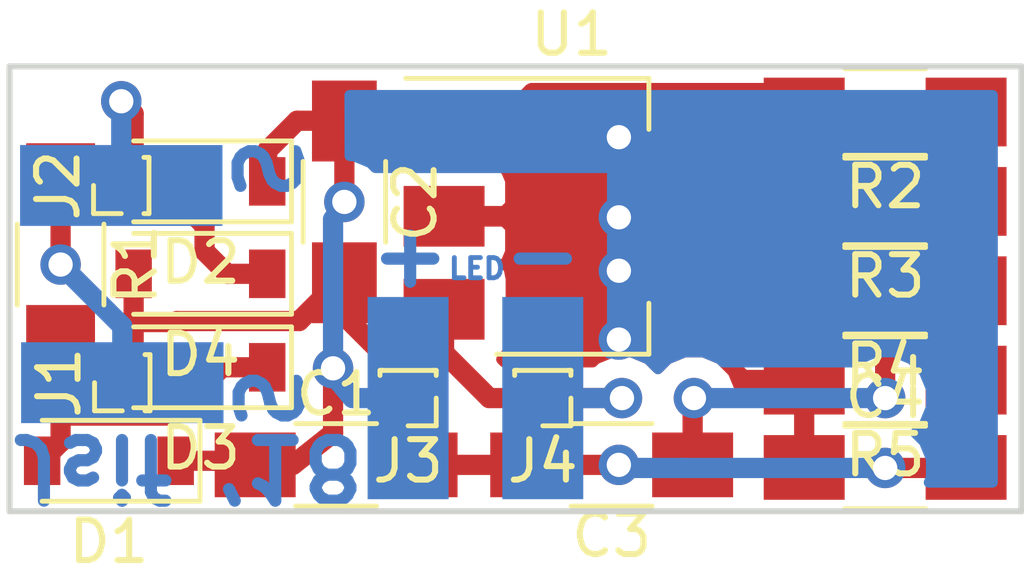
<source format=kicad_pcb>
(kicad_pcb (version 4) (host pcbnew 4.0.2-stable)

  (general
    (links 26)
    (no_connects 0)
    (area 187.966514 109.0814 216.23223 123.8917)
    (thickness 1.6)
    (drawings 10)
    (tracks 107)
    (zones 0)
    (modules 18)
    (nets 9)
  )

  (page A4)
  (layers
    (0 F.Cu signal)
    (31 B.Cu signal)
    (32 B.Adhes user)
    (33 F.Adhes user)
    (34 B.Paste user)
    (35 F.Paste user)
    (36 B.SilkS user)
    (37 F.SilkS user)
    (38 B.Mask user)
    (39 F.Mask user)
    (40 Dwgs.User user)
    (41 Cmts.User user)
    (42 Eco1.User user)
    (43 Eco2.User user)
    (44 Edge.Cuts user)
    (45 Margin user)
    (46 B.CrtYd user)
    (47 F.CrtYd user)
    (48 B.Fab user)
    (49 F.Fab user)
  )

  (setup
    (last_trace_width 0.5)
    (trace_clearance 0.2)
    (zone_clearance 0.508)
    (zone_45_only yes)
    (trace_min 0.2)
    (segment_width 0.2)
    (edge_width 0.15)
    (via_size 1)
    (via_drill 0.6)
    (via_min_size 0.4)
    (via_min_drill 0.3)
    (uvia_size 0.3)
    (uvia_drill 0.1)
    (uvias_allowed no)
    (uvia_min_size 0.2)
    (uvia_min_drill 0.1)
    (pcb_text_width 0.3)
    (pcb_text_size 1.5 1.5)
    (mod_edge_width 0.15)
    (mod_text_size 1 1)
    (mod_text_width 0.15)
    (pad_size 2 5)
    (pad_drill 0)
    (pad_to_mask_clearance 0.2)
    (aux_axis_origin 0 0)
    (visible_elements 7FFCFFFF)
    (pcbplotparams
      (layerselection 0x210c0_80000001)
      (usegerberextensions false)
      (excludeedgelayer true)
      (linewidth 0.100000)
      (plotframeref false)
      (viasonmask false)
      (mode 1)
      (useauxorigin false)
      (hpglpennumber 1)
      (hpglpenspeed 20)
      (hpglpendiameter 15)
      (hpglpenoverlay 2)
      (psnegative false)
      (psa4output false)
      (plotreference true)
      (plotvalue false)
      (plotinvisibletext false)
      (padsonsilk false)
      (subtractmaskfromsilk false)
      (outputformat 1)
      (mirror false)
      (drillshape 0)
      (scaleselection 1)
      (outputdirectory gerber/))
  )

  (net 0 "")
  (net 1 "Net-(C1-Pad1)")
  (net 2 "Net-(C1-Pad2)")
  (net 3 "Net-(C3-Pad1)")
  (net 4 "Net-(D1-Pad2)")
  (net 5 "Net-(D2-Pad2)")
  (net 6 "Net-(C4-Pad1)")
  (net 7 "Net-(J1-Pad1)")
  (net 8 "Net-(J4-Pad1)")

  (net_class Default "This is the default net class."
    (clearance 0.2)
    (trace_width 0.5)
    (via_dia 1)
    (via_drill 0.6)
    (uvia_dia 0.3)
    (uvia_drill 0.1)
    (add_net "Net-(C1-Pad1)")
    (add_net "Net-(C1-Pad2)")
    (add_net "Net-(C3-Pad1)")
    (add_net "Net-(C4-Pad1)")
    (add_net "Net-(D1-Pad2)")
    (add_net "Net-(D2-Pad2)")
    (add_net "Net-(J1-Pad1)")
    (add_net "Net-(J4-Pad1)")
  )

  (module TO_SOT_Packages_SMD:SOT-223-3_TabPin2 (layer F.Cu) (tedit 5ABBFAA2) (tstamp 5AB3D3CC)
    (at 203.8858 114.7064)
    (descr "module CMS SOT223 4 pins")
    (tags "CMS SOT")
    (path /5AB3A09A)
    (attr smd)
    (fp_text reference U1 (at 0 -4.5) (layer F.SilkS)
      (effects (font (size 1 1) (thickness 0.15)))
    )
    (fp_text value LT3082-SOT223-3_Fnl2295277 (at 0 4.5) (layer F.Fab)
      (effects (font (size 1 1) (thickness 0.15)))
    )
    (fp_text user %R (at 3.1242 2.8829 180) (layer F.Fab)
      (effects (font (size 0.8 0.8) (thickness 0.12)))
    )
    (fp_line (start 1.91 3.41) (end 1.91 2.15) (layer F.SilkS) (width 0.12))
    (fp_line (start 1.91 -3.41) (end 1.91 -2.15) (layer F.SilkS) (width 0.12))
    (fp_line (start 4.4 -3.6) (end -4.4 -3.6) (layer F.CrtYd) (width 0.05))
    (fp_line (start 4.4 3.6) (end 4.4 -3.6) (layer F.CrtYd) (width 0.05))
    (fp_line (start -4.4 3.6) (end 4.4 3.6) (layer F.CrtYd) (width 0.05))
    (fp_line (start -4.4 -3.6) (end -4.4 3.6) (layer F.CrtYd) (width 0.05))
    (fp_line (start -1.85 -2.35) (end -0.85 -3.35) (layer F.Fab) (width 0.1))
    (fp_line (start -1.85 -2.35) (end -1.85 3.35) (layer F.Fab) (width 0.1))
    (fp_line (start -1.85 3.41) (end 1.91 3.41) (layer F.SilkS) (width 0.12))
    (fp_line (start -0.85 -3.35) (end 1.85 -3.35) (layer F.Fab) (width 0.1))
    (fp_line (start -4.1 -3.41) (end 1.91 -3.41) (layer F.SilkS) (width 0.12))
    (fp_line (start -1.85 3.35) (end 1.85 3.35) (layer F.Fab) (width 0.1))
    (fp_line (start 1.85 -3.35) (end 1.85 3.35) (layer F.Fab) (width 0.1))
    (pad 2 smd rect (at 3.15 0) (size 2 3.8) (layers F.Cu F.Paste F.Mask)
      (net 6 "Net-(C4-Pad1)"))
    (pad 2 smd rect (at -3.15 0) (size 2 1.5) (layers F.Cu F.Paste F.Mask)
      (net 6 "Net-(C4-Pad1)"))
    (pad 3 smd rect (at -3.15 2.3) (size 2 1.5) (layers F.Cu F.Paste F.Mask)
      (net 8 "Net-(J4-Pad1)"))
    (pad 1 smd rect (at -3.15 -2.3) (size 2 1.5) (layers F.Cu F.Paste F.Mask)
      (net 3 "Net-(C3-Pad1)"))
    (model ${KISYS3DMOD}/TO_SOT_Packages_SMD.3dshapes/SOT-223.wrl
      (at (xyz 0 0 0))
      (scale (xyz 1 1 1))
      (rotate (xyz 0 0 0))
    )
  )

  (module Capacitors_SMD:C_1206_HandSoldering (layer F.Cu) (tedit 5ABBE59F) (tstamp 5ABB8F9A)
    (at 198.0692 120.8532)
    (descr "Capacitor SMD 1206, hand soldering")
    (tags "capacitor 1206")
    (path /5ABB8BA8)
    (attr smd)
    (fp_text reference C1 (at 0 -1.75) (layer F.SilkS)
      (effects (font (size 1 1) (thickness 0.15)))
    )
    (fp_text value 10uF (at 0 2) (layer F.Fab)
      (effects (font (size 1 1) (thickness 0.15)))
    )
    (fp_text user %R (at 0.0254 -0.0508) (layer F.Fab)
      (effects (font (size 1 1) (thickness 0.15)))
    )
    (fp_line (start -1.6 0.8) (end -1.6 -0.8) (layer F.Fab) (width 0.1))
    (fp_line (start 1.6 0.8) (end -1.6 0.8) (layer F.Fab) (width 0.1))
    (fp_line (start 1.6 -0.8) (end 1.6 0.8) (layer F.Fab) (width 0.1))
    (fp_line (start -1.6 -0.8) (end 1.6 -0.8) (layer F.Fab) (width 0.1))
    (fp_line (start 1 -1.02) (end -1 -1.02) (layer F.SilkS) (width 0.12))
    (fp_line (start -1 1.02) (end 1 1.02) (layer F.SilkS) (width 0.12))
    (fp_line (start -3.25 -1.05) (end 3.25 -1.05) (layer F.CrtYd) (width 0.05))
    (fp_line (start -3.25 -1.05) (end -3.25 1.05) (layer F.CrtYd) (width 0.05))
    (fp_line (start 3.25 1.05) (end 3.25 -1.05) (layer F.CrtYd) (width 0.05))
    (fp_line (start 3.25 1.05) (end -3.25 1.05) (layer F.CrtYd) (width 0.05))
    (pad 1 smd rect (at -2 0) (size 2 1.6) (layers F.Cu F.Paste F.Mask)
      (net 1 "Net-(C1-Pad1)"))
    (pad 2 smd rect (at 2 0) (size 2 1.6) (layers F.Cu F.Paste F.Mask)
      (net 2 "Net-(C1-Pad2)"))
    (model Capacitors_SMD.3dshapes/C_1206.wrl
      (at (xyz 0 0 0))
      (scale (xyz 1 1 1))
      (rotate (xyz 0 0 0))
    )
  )

  (module Capacitors_SMD:C_1206_HandSoldering (layer F.Cu) (tedit 5ABBFB6A) (tstamp 5ABB8F9F)
    (at 198.2724 114.3508 270)
    (descr "Capacitor SMD 1206, hand soldering")
    (tags "capacitor 1206")
    (path /5ABB8CAB)
    (attr smd)
    (fp_text reference C2 (at 0 -1.75 270) (layer F.SilkS)
      (effects (font (size 1 1) (thickness 0.15)))
    )
    (fp_text value 10uF (at 0 2 270) (layer F.Fab)
      (effects (font (size 1 1) (thickness 0.15)))
    )
    (fp_text user %R (at -2.4257 1.9812 360) (layer F.Fab)
      (effects (font (size 1 1) (thickness 0.15)))
    )
    (fp_line (start -1.6 0.8) (end -1.6 -0.8) (layer F.Fab) (width 0.1))
    (fp_line (start 1.6 0.8) (end -1.6 0.8) (layer F.Fab) (width 0.1))
    (fp_line (start 1.6 -0.8) (end 1.6 0.8) (layer F.Fab) (width 0.1))
    (fp_line (start -1.6 -0.8) (end 1.6 -0.8) (layer F.Fab) (width 0.1))
    (fp_line (start 1 -1.02) (end -1 -1.02) (layer F.SilkS) (width 0.12))
    (fp_line (start -1 1.02) (end 1 1.02) (layer F.SilkS) (width 0.12))
    (fp_line (start -3.25 -1.05) (end 3.25 -1.05) (layer F.CrtYd) (width 0.05))
    (fp_line (start -3.25 -1.05) (end -3.25 1.05) (layer F.CrtYd) (width 0.05))
    (fp_line (start 3.25 1.05) (end 3.25 -1.05) (layer F.CrtYd) (width 0.05))
    (fp_line (start 3.25 1.05) (end -3.25 1.05) (layer F.CrtYd) (width 0.05))
    (pad 1 smd rect (at -2 0 270) (size 2 1.6) (layers F.Cu F.Paste F.Mask)
      (net 1 "Net-(C1-Pad1)"))
    (pad 2 smd rect (at 2 0 270) (size 2 1.6) (layers F.Cu F.Paste F.Mask)
      (net 2 "Net-(C1-Pad2)"))
    (model Capacitors_SMD.3dshapes/C_1206.wrl
      (at (xyz 0 0 0))
      (scale (xyz 1 1 1))
      (rotate (xyz 0 0 0))
    )
  )

  (module Capacitors_SMD:C_1206_HandSoldering (layer F.Cu) (tedit 5ABBFE24) (tstamp 5ABB8FA4)
    (at 204.8764 120.8532 180)
    (descr "Capacitor SMD 1206, hand soldering")
    (tags "capacitor 1206")
    (path /5ABB8D4D)
    (attr smd)
    (fp_text reference C3 (at 0 -1.75 180) (layer F.SilkS)
      (effects (font (size 1 1) (thickness 0.15)))
    )
    (fp_text value 100nF (at 0 2 180) (layer F.Fab)
      (effects (font (size 1 1) (thickness 0.15)))
    )
    (fp_text user %R (at 1.397 1.6764 180) (layer F.Fab)
      (effects (font (size 1 1) (thickness 0.15)))
    )
    (fp_line (start -1.6 0.8) (end -1.6 -0.8) (layer F.Fab) (width 0.1))
    (fp_line (start 1.6 0.8) (end -1.6 0.8) (layer F.Fab) (width 0.1))
    (fp_line (start 1.6 -0.8) (end 1.6 0.8) (layer F.Fab) (width 0.1))
    (fp_line (start -1.6 -0.8) (end 1.6 -0.8) (layer F.Fab) (width 0.1))
    (fp_line (start 1 -1.02) (end -1 -1.02) (layer F.SilkS) (width 0.12))
    (fp_line (start -1 1.02) (end 1 1.02) (layer F.SilkS) (width 0.12))
    (fp_line (start -3.25 -1.05) (end 3.25 -1.05) (layer F.CrtYd) (width 0.05))
    (fp_line (start -3.25 -1.05) (end -3.25 1.05) (layer F.CrtYd) (width 0.05))
    (fp_line (start 3.25 1.05) (end 3.25 -1.05) (layer F.CrtYd) (width 0.05))
    (fp_line (start 3.25 1.05) (end -3.25 1.05) (layer F.CrtYd) (width 0.05))
    (pad 1 smd rect (at -2 0 180) (size 2 1.6) (layers F.Cu F.Paste F.Mask)
      (net 3 "Net-(C3-Pad1)"))
    (pad 2 smd rect (at 2 0 180) (size 2 1.6) (layers F.Cu F.Paste F.Mask)
      (net 2 "Net-(C1-Pad2)"))
    (model Capacitors_SMD.3dshapes/C_1206.wrl
      (at (xyz 0 0 0))
      (scale (xyz 1 1 1))
      (rotate (xyz 0 0 0))
    )
  )

  (module Capacitors_SMD:C_1206_HandSoldering (layer F.Cu) (tedit 5ABBF8AC) (tstamp 5ABB8FAE)
    (at 211.6328 120.9167)
    (descr "Capacitor SMD 1206, hand soldering")
    (tags "capacitor 1206")
    (path /5ABB8DA0)
    (attr smd)
    (fp_text reference C4 (at 0 -1.75) (layer F.SilkS)
      (effects (font (size 1 1) (thickness 0.15)))
    )
    (fp_text value 10uF (at 0 2) (layer F.Fab)
      (effects (font (size 1 1) (thickness 0.15)))
    )
    (fp_text user %R (at -0.0381 -0.6985) (layer F.Fab)
      (effects (font (size 1 1) (thickness 0.15)))
    )
    (fp_line (start -1.6 0.8) (end -1.6 -0.8) (layer F.Fab) (width 0.1))
    (fp_line (start 1.6 0.8) (end -1.6 0.8) (layer F.Fab) (width 0.1))
    (fp_line (start 1.6 -0.8) (end 1.6 0.8) (layer F.Fab) (width 0.1))
    (fp_line (start -1.6 -0.8) (end 1.6 -0.8) (layer F.Fab) (width 0.1))
    (fp_line (start 1 -1.02) (end -1 -1.02) (layer F.SilkS) (width 0.12))
    (fp_line (start -1 1.02) (end 1 1.02) (layer F.SilkS) (width 0.12))
    (fp_line (start -3.25 -1.05) (end 3.25 -1.05) (layer F.CrtYd) (width 0.05))
    (fp_line (start -3.25 -1.05) (end -3.25 1.05) (layer F.CrtYd) (width 0.05))
    (fp_line (start 3.25 1.05) (end 3.25 -1.05) (layer F.CrtYd) (width 0.05))
    (fp_line (start 3.25 1.05) (end -3.25 1.05) (layer F.CrtYd) (width 0.05))
    (pad 1 smd rect (at -2 0) (size 2 1.6) (layers F.Cu F.Paste F.Mask)
      (net 6 "Net-(C4-Pad1)"))
    (pad 2 smd rect (at 2 0) (size 2 1.6) (layers F.Cu F.Paste F.Mask)
      (net 2 "Net-(C1-Pad2)"))
    (model Capacitors_SMD.3dshapes/C_1206.wrl
      (at (xyz 0 0 0))
      (scale (xyz 1 1 1))
      (rotate (xyz 0 0 0))
    )
  )

  (module Diodes_SMD:D_SOD-123 (layer F.Cu) (tedit 5ABBE60F) (tstamp 5ABB8FAF)
    (at 192.4558 120.7516 180)
    (descr SOD-123)
    (tags SOD-123)
    (path /5A9520CA)
    (attr smd)
    (fp_text reference D1 (at 0 -2 180) (layer F.SilkS)
      (effects (font (size 1 1) (thickness 0.15)))
    )
    (fp_text value STPS0540Z (at 0 2.1 180) (layer F.Fab)
      (effects (font (size 1 1) (thickness 0.15)))
    )
    (fp_line (start -2.25 -1) (end -2.25 1) (layer F.SilkS) (width 0.12))
    (fp_line (start 0.25 0) (end 0.75 0) (layer F.Fab) (width 0.1))
    (fp_line (start 0.25 0.4) (end -0.35 0) (layer F.Fab) (width 0.1))
    (fp_line (start 0.25 -0.4) (end 0.25 0.4) (layer F.Fab) (width 0.1))
    (fp_line (start -0.35 0) (end 0.25 -0.4) (layer F.Fab) (width 0.1))
    (fp_line (start -0.35 0) (end -0.35 0.55) (layer F.Fab) (width 0.1))
    (fp_line (start -0.35 0) (end -0.35 -0.55) (layer F.Fab) (width 0.1))
    (fp_line (start -0.75 0) (end -0.35 0) (layer F.Fab) (width 0.1))
    (fp_line (start -1.4 0.9) (end -1.4 -0.9) (layer F.Fab) (width 0.1))
    (fp_line (start 1.4 0.9) (end -1.4 0.9) (layer F.Fab) (width 0.1))
    (fp_line (start 1.4 -0.9) (end 1.4 0.9) (layer F.Fab) (width 0.1))
    (fp_line (start -1.4 -0.9) (end 1.4 -0.9) (layer F.Fab) (width 0.1))
    (fp_line (start -2.35 -1.15) (end 2.35 -1.15) (layer F.CrtYd) (width 0.05))
    (fp_line (start 2.35 -1.15) (end 2.35 1.15) (layer F.CrtYd) (width 0.05))
    (fp_line (start 2.35 1.15) (end -2.35 1.15) (layer F.CrtYd) (width 0.05))
    (fp_line (start -2.35 -1.15) (end -2.35 1.15) (layer F.CrtYd) (width 0.05))
    (fp_line (start -2.25 1) (end 1.65 1) (layer F.SilkS) (width 0.12))
    (fp_line (start -2.25 -1) (end 1.65 -1) (layer F.SilkS) (width 0.12))
    (pad 1 smd rect (at -1.65 0 180) (size 0.9 1.2) (layers F.Cu F.Paste F.Mask)
      (net 1 "Net-(C1-Pad1)"))
    (pad 2 smd rect (at 1.65 0 180) (size 0.9 1.2) (layers F.Cu F.Paste F.Mask)
      (net 4 "Net-(D1-Pad2)"))
    (model ${KISYS3DMOD}/Diodes_SMD.3dshapes/D_SOD-123.wrl
      (at (xyz 0 0 0))
      (scale (xyz 1 1 1))
      (rotate (xyz 0 0 0))
    )
  )

  (module Diodes_SMD:D_SOD-123 (layer F.Cu) (tedit 5ABBE604) (tstamp 5ABB8FB4)
    (at 194.7164 113.8428 180)
    (descr SOD-123)
    (tags SOD-123)
    (path /5A951F12)
    (attr smd)
    (fp_text reference D2 (at 0 -2 180) (layer F.SilkS)
      (effects (font (size 1 1) (thickness 0.15)))
    )
    (fp_text value STPS0540Z (at 0 2.1 180) (layer F.Fab)
      (effects (font (size 1 1) (thickness 0.15)))
    )
    (fp_line (start -2.25 -1) (end -2.25 1) (layer F.SilkS) (width 0.12))
    (fp_line (start 0.25 0) (end 0.75 0) (layer F.Fab) (width 0.1))
    (fp_line (start 0.25 0.4) (end -0.35 0) (layer F.Fab) (width 0.1))
    (fp_line (start 0.25 -0.4) (end 0.25 0.4) (layer F.Fab) (width 0.1))
    (fp_line (start -0.35 0) (end 0.25 -0.4) (layer F.Fab) (width 0.1))
    (fp_line (start -0.35 0) (end -0.35 0.55) (layer F.Fab) (width 0.1))
    (fp_line (start -0.35 0) (end -0.35 -0.55) (layer F.Fab) (width 0.1))
    (fp_line (start -0.75 0) (end -0.35 0) (layer F.Fab) (width 0.1))
    (fp_line (start -1.4 0.9) (end -1.4 -0.9) (layer F.Fab) (width 0.1))
    (fp_line (start 1.4 0.9) (end -1.4 0.9) (layer F.Fab) (width 0.1))
    (fp_line (start 1.4 -0.9) (end 1.4 0.9) (layer F.Fab) (width 0.1))
    (fp_line (start -1.4 -0.9) (end 1.4 -0.9) (layer F.Fab) (width 0.1))
    (fp_line (start -2.35 -1.15) (end 2.35 -1.15) (layer F.CrtYd) (width 0.05))
    (fp_line (start 2.35 -1.15) (end 2.35 1.15) (layer F.CrtYd) (width 0.05))
    (fp_line (start 2.35 1.15) (end -2.35 1.15) (layer F.CrtYd) (width 0.05))
    (fp_line (start -2.35 -1.15) (end -2.35 1.15) (layer F.CrtYd) (width 0.05))
    (fp_line (start -2.25 1) (end 1.65 1) (layer F.SilkS) (width 0.12))
    (fp_line (start -2.25 -1) (end 1.65 -1) (layer F.SilkS) (width 0.12))
    (pad 1 smd rect (at -1.65 0 180) (size 0.9 1.2) (layers F.Cu F.Paste F.Mask)
      (net 1 "Net-(C1-Pad1)"))
    (pad 2 smd rect (at 1.65 0 180) (size 0.9 1.2) (layers F.Cu F.Paste F.Mask)
      (net 5 "Net-(D2-Pad2)"))
    (model ${KISYS3DMOD}/Diodes_SMD.3dshapes/D_SOD-123.wrl
      (at (xyz 0 0 0))
      (scale (xyz 1 1 1))
      (rotate (xyz 0 0 0))
    )
  )

  (module Diodes_SMD:D_SOD-123 (layer F.Cu) (tedit 5ABBE60B) (tstamp 5ABB8FB9)
    (at 194.7164 118.4402 180)
    (descr SOD-123)
    (tags SOD-123)
    (path /5A952190)
    (attr smd)
    (fp_text reference D3 (at 0 -2 180) (layer F.SilkS)
      (effects (font (size 1 1) (thickness 0.15)))
    )
    (fp_text value STPS0540Z (at 0 2.1 180) (layer F.Fab)
      (effects (font (size 1 1) (thickness 0.15)))
    )
    (fp_line (start -2.25 -1) (end -2.25 1) (layer F.SilkS) (width 0.12))
    (fp_line (start 0.25 0) (end 0.75 0) (layer F.Fab) (width 0.1))
    (fp_line (start 0.25 0.4) (end -0.35 0) (layer F.Fab) (width 0.1))
    (fp_line (start 0.25 -0.4) (end 0.25 0.4) (layer F.Fab) (width 0.1))
    (fp_line (start -0.35 0) (end 0.25 -0.4) (layer F.Fab) (width 0.1))
    (fp_line (start -0.35 0) (end -0.35 0.55) (layer F.Fab) (width 0.1))
    (fp_line (start -0.35 0) (end -0.35 -0.55) (layer F.Fab) (width 0.1))
    (fp_line (start -0.75 0) (end -0.35 0) (layer F.Fab) (width 0.1))
    (fp_line (start -1.4 0.9) (end -1.4 -0.9) (layer F.Fab) (width 0.1))
    (fp_line (start 1.4 0.9) (end -1.4 0.9) (layer F.Fab) (width 0.1))
    (fp_line (start 1.4 -0.9) (end 1.4 0.9) (layer F.Fab) (width 0.1))
    (fp_line (start -1.4 -0.9) (end 1.4 -0.9) (layer F.Fab) (width 0.1))
    (fp_line (start -2.35 -1.15) (end 2.35 -1.15) (layer F.CrtYd) (width 0.05))
    (fp_line (start 2.35 -1.15) (end 2.35 1.15) (layer F.CrtYd) (width 0.05))
    (fp_line (start 2.35 1.15) (end -2.35 1.15) (layer F.CrtYd) (width 0.05))
    (fp_line (start -2.35 -1.15) (end -2.35 1.15) (layer F.CrtYd) (width 0.05))
    (fp_line (start -2.25 1) (end 1.65 1) (layer F.SilkS) (width 0.12))
    (fp_line (start -2.25 -1) (end 1.65 -1) (layer F.SilkS) (width 0.12))
    (pad 1 smd rect (at -1.65 0 180) (size 0.9 1.2) (layers F.Cu F.Paste F.Mask)
      (net 4 "Net-(D1-Pad2)"))
    (pad 2 smd rect (at 1.65 0 180) (size 0.9 1.2) (layers F.Cu F.Paste F.Mask)
      (net 2 "Net-(C1-Pad2)"))
    (model ${KISYS3DMOD}/Diodes_SMD.3dshapes/D_SOD-123.wrl
      (at (xyz 0 0 0))
      (scale (xyz 1 1 1))
      (rotate (xyz 0 0 0))
    )
  )

  (module Diodes_SMD:D_SOD-123 (layer F.Cu) (tedit 5ABBE607) (tstamp 5ABB8FBE)
    (at 194.7164 116.1288 180)
    (descr SOD-123)
    (tags SOD-123)
    (path /5A95212B)
    (attr smd)
    (fp_text reference D4 (at 0 -2 180) (layer F.SilkS)
      (effects (font (size 1 1) (thickness 0.15)))
    )
    (fp_text value STPS0540Z (at 0 2.1 180) (layer F.Fab)
      (effects (font (size 1 1) (thickness 0.15)))
    )
    (fp_line (start -2.25 -1) (end -2.25 1) (layer F.SilkS) (width 0.12))
    (fp_line (start 0.25 0) (end 0.75 0) (layer F.Fab) (width 0.1))
    (fp_line (start 0.25 0.4) (end -0.35 0) (layer F.Fab) (width 0.1))
    (fp_line (start 0.25 -0.4) (end 0.25 0.4) (layer F.Fab) (width 0.1))
    (fp_line (start -0.35 0) (end 0.25 -0.4) (layer F.Fab) (width 0.1))
    (fp_line (start -0.35 0) (end -0.35 0.55) (layer F.Fab) (width 0.1))
    (fp_line (start -0.35 0) (end -0.35 -0.55) (layer F.Fab) (width 0.1))
    (fp_line (start -0.75 0) (end -0.35 0) (layer F.Fab) (width 0.1))
    (fp_line (start -1.4 0.9) (end -1.4 -0.9) (layer F.Fab) (width 0.1))
    (fp_line (start 1.4 0.9) (end -1.4 0.9) (layer F.Fab) (width 0.1))
    (fp_line (start 1.4 -0.9) (end 1.4 0.9) (layer F.Fab) (width 0.1))
    (fp_line (start -1.4 -0.9) (end 1.4 -0.9) (layer F.Fab) (width 0.1))
    (fp_line (start -2.35 -1.15) (end 2.35 -1.15) (layer F.CrtYd) (width 0.05))
    (fp_line (start 2.35 -1.15) (end 2.35 1.15) (layer F.CrtYd) (width 0.05))
    (fp_line (start 2.35 1.15) (end -2.35 1.15) (layer F.CrtYd) (width 0.05))
    (fp_line (start -2.35 -1.15) (end -2.35 1.15) (layer F.CrtYd) (width 0.05))
    (fp_line (start -2.25 1) (end 1.65 1) (layer F.SilkS) (width 0.12))
    (fp_line (start -2.25 -1) (end 1.65 -1) (layer F.SilkS) (width 0.12))
    (pad 1 smd rect (at -1.65 0 180) (size 0.9 1.2) (layers F.Cu F.Paste F.Mask)
      (net 5 "Net-(D2-Pad2)"))
    (pad 2 smd rect (at 1.65 0 180) (size 0.9 1.2) (layers F.Cu F.Paste F.Mask)
      (net 2 "Net-(C1-Pad2)"))
    (model ${KISYS3DMOD}/Diodes_SMD.3dshapes/D_SOD-123.wrl
      (at (xyz 0 0 0))
      (scale (xyz 1 1 1))
      (rotate (xyz 0 0 0))
    )
  )

  (module Resistors_SMD:R_1206_HandSoldering (layer F.Cu) (tedit 5ABBE566) (tstamp 5ABB8FCD)
    (at 191.262 115.9002 270)
    (descr "Resistor SMD 1206, hand soldering")
    (tags "resistor 1206")
    (path /5A952272)
    (attr smd)
    (fp_text reference R1 (at 0 -1.85 270) (layer F.SilkS)
      (effects (font (size 1 1) (thickness 0.15)))
    )
    (fp_text value 100R (at 0 1.9 270) (layer F.Fab)
      (effects (font (size 1 1) (thickness 0.15)))
    )
    (fp_text user %R (at -4.0132 0 270) (layer F.Fab)
      (effects (font (size 0.7 0.7) (thickness 0.105)))
    )
    (fp_line (start -1.6 0.8) (end -1.6 -0.8) (layer F.Fab) (width 0.1))
    (fp_line (start 1.6 0.8) (end -1.6 0.8) (layer F.Fab) (width 0.1))
    (fp_line (start 1.6 -0.8) (end 1.6 0.8) (layer F.Fab) (width 0.1))
    (fp_line (start -1.6 -0.8) (end 1.6 -0.8) (layer F.Fab) (width 0.1))
    (fp_line (start 1 1.07) (end -1 1.07) (layer F.SilkS) (width 0.12))
    (fp_line (start -1 -1.07) (end 1 -1.07) (layer F.SilkS) (width 0.12))
    (fp_line (start -3.25 -1.11) (end 3.25 -1.11) (layer F.CrtYd) (width 0.05))
    (fp_line (start -3.25 -1.11) (end -3.25 1.1) (layer F.CrtYd) (width 0.05))
    (fp_line (start 3.25 1.1) (end 3.25 -1.11) (layer F.CrtYd) (width 0.05))
    (fp_line (start 3.25 1.1) (end -3.25 1.1) (layer F.CrtYd) (width 0.05))
    (pad 1 smd rect (at -2 0 270) (size 2 1.7) (layers F.Cu F.Paste F.Mask)
      (net 7 "Net-(J1-Pad1)"))
    (pad 2 smd rect (at 2 0 270) (size 2 1.7) (layers F.Cu F.Paste F.Mask)
      (net 4 "Net-(D1-Pad2)"))
    (model ${KISYS3DMOD}/Resistors_SMD.3dshapes/R_1206.wrl
      (at (xyz 0 0 0))
      (scale (xyz 1 1 1))
      (rotate (xyz 0 0 0))
    )
  )

  (module Resistors_SMD:R_1206_HandSoldering (layer F.Cu) (tedit 58E0A804) (tstamp 5ABB8FD2)
    (at 211.6328 112.1283 180)
    (descr "Resistor SMD 1206, hand soldering")
    (tags "resistor 1206")
    (path /5A9526BF)
    (attr smd)
    (fp_text reference R2 (at 0 -1.85 180) (layer F.SilkS)
      (effects (font (size 1 1) (thickness 0.15)))
    )
    (fp_text value 100K (at 0 1.9 180) (layer F.Fab)
      (effects (font (size 1 1) (thickness 0.15)))
    )
    (fp_text user %R (at 0 0 180) (layer F.Fab)
      (effects (font (size 0.7 0.7) (thickness 0.105)))
    )
    (fp_line (start -1.6 0.8) (end -1.6 -0.8) (layer F.Fab) (width 0.1))
    (fp_line (start 1.6 0.8) (end -1.6 0.8) (layer F.Fab) (width 0.1))
    (fp_line (start 1.6 -0.8) (end 1.6 0.8) (layer F.Fab) (width 0.1))
    (fp_line (start -1.6 -0.8) (end 1.6 -0.8) (layer F.Fab) (width 0.1))
    (fp_line (start 1 1.07) (end -1 1.07) (layer F.SilkS) (width 0.12))
    (fp_line (start -1 -1.07) (end 1 -1.07) (layer F.SilkS) (width 0.12))
    (fp_line (start -3.25 -1.11) (end 3.25 -1.11) (layer F.CrtYd) (width 0.05))
    (fp_line (start -3.25 -1.11) (end -3.25 1.1) (layer F.CrtYd) (width 0.05))
    (fp_line (start 3.25 1.1) (end 3.25 -1.11) (layer F.CrtYd) (width 0.05))
    (fp_line (start 3.25 1.1) (end -3.25 1.1) (layer F.CrtYd) (width 0.05))
    (pad 1 smd rect (at -2 0 180) (size 2 1.7) (layers F.Cu F.Paste F.Mask)
      (net 2 "Net-(C1-Pad2)"))
    (pad 2 smd rect (at 2 0 180) (size 2 1.7) (layers F.Cu F.Paste F.Mask)
      (net 3 "Net-(C3-Pad1)"))
    (model ${KISYS3DMOD}/Resistors_SMD.3dshapes/R_1206.wrl
      (at (xyz 0 0 0))
      (scale (xyz 1 1 1))
      (rotate (xyz 0 0 0))
    )
  )

  (module Resistors_SMD:R_1206_HandSoldering (layer F.Cu) (tedit 58E0A804) (tstamp 5ABB8FD7)
    (at 211.6328 114.3381 180)
    (descr "Resistor SMD 1206, hand soldering")
    (tags "resistor 1206")
    (path /5AB3A528)
    (attr smd)
    (fp_text reference R3 (at 0 -1.85 180) (layer F.SilkS)
      (effects (font (size 1 1) (thickness 0.15)))
    )
    (fp_text value 100R (at 0 1.9 180) (layer F.Fab)
      (effects (font (size 1 1) (thickness 0.15)))
    )
    (fp_text user %R (at 0 0 180) (layer F.Fab)
      (effects (font (size 0.7 0.7) (thickness 0.105)))
    )
    (fp_line (start -1.6 0.8) (end -1.6 -0.8) (layer F.Fab) (width 0.1))
    (fp_line (start 1.6 0.8) (end -1.6 0.8) (layer F.Fab) (width 0.1))
    (fp_line (start 1.6 -0.8) (end 1.6 0.8) (layer F.Fab) (width 0.1))
    (fp_line (start -1.6 -0.8) (end 1.6 -0.8) (layer F.Fab) (width 0.1))
    (fp_line (start 1 1.07) (end -1 1.07) (layer F.SilkS) (width 0.12))
    (fp_line (start -1 -1.07) (end 1 -1.07) (layer F.SilkS) (width 0.12))
    (fp_line (start -3.25 -1.11) (end 3.25 -1.11) (layer F.CrtYd) (width 0.05))
    (fp_line (start -3.25 -1.11) (end -3.25 1.1) (layer F.CrtYd) (width 0.05))
    (fp_line (start 3.25 1.1) (end 3.25 -1.11) (layer F.CrtYd) (width 0.05))
    (fp_line (start 3.25 1.1) (end -3.25 1.1) (layer F.CrtYd) (width 0.05))
    (pad 1 smd rect (at -2 0 180) (size 2 1.7) (layers F.Cu F.Paste F.Mask)
      (net 2 "Net-(C1-Pad2)"))
    (pad 2 smd rect (at 2 0 180) (size 2 1.7) (layers F.Cu F.Paste F.Mask)
      (net 6 "Net-(C4-Pad1)"))
    (model ${KISYS3DMOD}/Resistors_SMD.3dshapes/R_1206.wrl
      (at (xyz 0 0 0))
      (scale (xyz 1 1 1))
      (rotate (xyz 0 0 0))
    )
  )

  (module Resistors_SMD:R_1206_HandSoldering (layer F.Cu) (tedit 5ABBE6EC) (tstamp 5ABB8FE1)
    (at 211.6328 116.5479 180)
    (descr "Resistor SMD 1206, hand soldering")
    (tags "resistor 1206")
    (path /5ABB5CE8)
    (attr smd)
    (fp_text reference R4 (at 0 -1.85 180) (layer F.SilkS)
      (effects (font (size 1 1) (thickness 0.15)))
    )
    (fp_text value 100R (at 0 1.9 180) (layer F.Fab)
      (effects (font (size 1 1) (thickness 0.15)))
    )
    (fp_text user %R (at 0 0 180) (layer F.Fab)
      (effects (font (size 0.7 0.7) (thickness 0.105)))
    )
    (fp_line (start -1.6 0.8) (end -1.6 -0.8) (layer F.Fab) (width 0.1))
    (fp_line (start 1.6 0.8) (end -1.6 0.8) (layer F.Fab) (width 0.1))
    (fp_line (start 1.6 -0.8) (end 1.6 0.8) (layer F.Fab) (width 0.1))
    (fp_line (start -1.6 -0.8) (end 1.6 -0.8) (layer F.Fab) (width 0.1))
    (fp_line (start 1 1.07) (end -1 1.07) (layer F.SilkS) (width 0.12))
    (fp_line (start -1 -1.07) (end 1 -1.07) (layer F.SilkS) (width 0.12))
    (fp_line (start -3.25 -1.11) (end 3.25 -1.11) (layer F.CrtYd) (width 0.05))
    (fp_line (start -3.25 -1.11) (end -3.25 1.1) (layer F.CrtYd) (width 0.05))
    (fp_line (start 3.25 1.1) (end 3.25 -1.11) (layer F.CrtYd) (width 0.05))
    (fp_line (start 3.25 1.1) (end -3.25 1.1) (layer F.CrtYd) (width 0.05))
    (pad 1 smd rect (at -2 0 180) (size 2 1.7) (layers F.Cu F.Paste F.Mask)
      (net 2 "Net-(C1-Pad2)"))
    (pad 2 smd rect (at 2 0 180) (size 2 1.7) (layers F.Cu F.Paste F.Mask)
      (net 6 "Net-(C4-Pad1)"))
    (model ${KISYS3DMOD}/Resistors_SMD.3dshapes/R_1206.wrl
      (at (xyz 0 0 0))
      (scale (xyz 1 1 1))
      (rotate (xyz 0 0 0))
    )
  )

  (module Resistors_SMD:R_1206_HandSoldering (layer F.Cu) (tedit 5ABBE6DD) (tstamp 5ABB8FE7)
    (at 211.6328 118.7577 180)
    (descr "Resistor SMD 1206, hand soldering")
    (tags "resistor 1206")
    (path /5ABB5D36)
    (attr smd)
    (fp_text reference R5 (at 0 -1.85 180) (layer F.SilkS)
      (effects (font (size 1 1) (thickness 0.15)))
    )
    (fp_text value 100R (at 0 1.9 180) (layer F.Fab)
      (effects (font (size 1 1) (thickness 0.15)))
    )
    (fp_text user %R (at 0 0.4064 180) (layer F.Fab)
      (effects (font (size 0.7 0.7) (thickness 0.105)))
    )
    (fp_line (start -1.6 0.8) (end -1.6 -0.8) (layer F.Fab) (width 0.1))
    (fp_line (start 1.6 0.8) (end -1.6 0.8) (layer F.Fab) (width 0.1))
    (fp_line (start 1.6 -0.8) (end 1.6 0.8) (layer F.Fab) (width 0.1))
    (fp_line (start -1.6 -0.8) (end 1.6 -0.8) (layer F.Fab) (width 0.1))
    (fp_line (start 1 1.07) (end -1 1.07) (layer F.SilkS) (width 0.12))
    (fp_line (start -1 -1.07) (end 1 -1.07) (layer F.SilkS) (width 0.12))
    (fp_line (start -3.25 -1.11) (end 3.25 -1.11) (layer F.CrtYd) (width 0.05))
    (fp_line (start -3.25 -1.11) (end -3.25 1.1) (layer F.CrtYd) (width 0.05))
    (fp_line (start 3.25 1.1) (end 3.25 -1.11) (layer F.CrtYd) (width 0.05))
    (fp_line (start 3.25 1.1) (end -3.25 1.1) (layer F.CrtYd) (width 0.05))
    (pad 1 smd rect (at -2 0 180) (size 2 1.7) (layers F.Cu F.Paste F.Mask)
      (net 2 "Net-(C1-Pad2)"))
    (pad 2 smd rect (at 2 0 180) (size 2 1.7) (layers F.Cu F.Paste F.Mask)
      (net 6 "Net-(C4-Pad1)"))
    (model ${KISYS3DMOD}/Resistors_SMD.3dshapes/R_1206.wrl
      (at (xyz 0 0 0))
      (scale (xyz 1 1 1))
      (rotate (xyz 0 0 0))
    )
  )

  (module Contact_fingers:Contact_Finger (layer F.Cu) (tedit 5ABBF5A6) (tstamp 5ABBBD06)
    (at 192.786 118.8212 90)
    (descr Contact_Finger_2x5mm)
    (tags "contact finger")
    (path /5ABBBE6F)
    (fp_text reference J1 (at 0 -1.56 90) (layer F.SilkS)
      (effects (font (size 1 1) (thickness 0.15)))
    )
    (fp_text value Conn_01x01 (at 0 1.56 90) (layer F.Fab)
      (effects (font (size 1 1) (thickness 0.15)))
    )
    (fp_line (start -0.695 0.685) (end 0.695 0.685) (layer F.SilkS) (width 0.12))
    (fp_line (start -0.695 0.685) (end -0.695 0.56) (layer F.SilkS) (width 0.12))
    (fp_line (start 0.695 0.685) (end 0.695 0.56) (layer F.SilkS) (width 0.12))
    (fp_line (start -0.695 0.685) (end -0.608276 0.685) (layer F.SilkS) (width 0.12))
    (fp_line (start 0.608276 0.685) (end 0.695 0.685) (layer F.SilkS) (width 0.12))
    (fp_line (start -0.695 0) (end -0.695 -0.685) (layer F.SilkS) (width 0.12))
    (fp_line (start -0.695 -0.685) (end 0 -0.685) (layer F.SilkS) (width 0.12))
    (fp_line (start -1.15 -1) (end -1.15 1) (layer F.CrtYd) (width 0.05))
    (fp_line (start -1.15 1) (end 1.15 1) (layer F.CrtYd) (width 0.05))
    (fp_line (start 1.15 1) (end 1.15 -1) (layer F.CrtYd) (width 0.05))
    (fp_line (start 1.15 -1) (end -1.15 -1) (layer F.CrtYd) (width 0.05))
    (pad 1 smd rect (at 0 0 90) (size 2 5) (layers B.Cu B.Paste B.Mask)
      (net 7 "Net-(J1-Pad1)"))
    (model ${KISYS3DMOD}/Pin_Headers.3dshapes/Pin_Header_Straight_1x01_Pitch1.00mm.wrl
      (at (xyz 0 0 0))
      (scale (xyz 1 1 1))
      (rotate (xyz 0 0 0))
    )
  )

  (module Contact_fingers:Contact_Finger (layer F.Cu) (tedit 5ABBF595) (tstamp 5ABBBD0A)
    (at 192.7606 113.9444 90)
    (descr Contact_Finger_2x5mm)
    (tags "contact finger")
    (path /5ABBBEC0)
    (fp_text reference J2 (at 0 -1.56 90) (layer F.SilkS)
      (effects (font (size 1 1) (thickness 0.15)))
    )
    (fp_text value Conn_01x01 (at 0 1.56 90) (layer F.Fab)
      (effects (font (size 1 1) (thickness 0.15)))
    )
    (fp_line (start -0.695 0.685) (end 0.695 0.685) (layer F.SilkS) (width 0.12))
    (fp_line (start -0.695 0.685) (end -0.695 0.56) (layer F.SilkS) (width 0.12))
    (fp_line (start 0.695 0.685) (end 0.695 0.56) (layer F.SilkS) (width 0.12))
    (fp_line (start -0.695 0.685) (end -0.608276 0.685) (layer F.SilkS) (width 0.12))
    (fp_line (start 0.608276 0.685) (end 0.695 0.685) (layer F.SilkS) (width 0.12))
    (fp_line (start -0.695 0) (end -0.695 -0.685) (layer F.SilkS) (width 0.12))
    (fp_line (start -0.695 -0.685) (end 0 -0.685) (layer F.SilkS) (width 0.12))
    (fp_line (start -1.15 -1) (end -1.15 1) (layer F.CrtYd) (width 0.05))
    (fp_line (start -1.15 1) (end 1.15 1) (layer F.CrtYd) (width 0.05))
    (fp_line (start 1.15 1) (end 1.15 -1) (layer F.CrtYd) (width 0.05))
    (fp_line (start 1.15 -1) (end -1.15 -1) (layer F.CrtYd) (width 0.05))
    (pad 1 smd rect (at 0 0 90) (size 2 5) (layers B.Cu B.Paste B.Mask)
      (net 5 "Net-(D2-Pad2)"))
    (model ${KISYS3DMOD}/Pin_Headers.3dshapes/Pin_Header_Straight_1x01_Pitch1.00mm.wrl
      (at (xyz 0 0 0))
      (scale (xyz 1 1 1))
      (rotate (xyz 0 0 0))
    )
  )

  (module Contact_fingers:Contact_Finger (layer F.Cu) (tedit 5ABBF5B2) (tstamp 5ABBBD12)
    (at 199.8472 119.2022 180)
    (descr Contact_Finger_2x5mm)
    (tags "contact finger")
    (path /5ABBC0DE)
    (fp_text reference J3 (at 0 -1.56 180) (layer F.SilkS)
      (effects (font (size 1 1) (thickness 0.15)))
    )
    (fp_text value Conn_01x01 (at 0 1.56 180) (layer F.Fab)
      (effects (font (size 1 1) (thickness 0.15)))
    )
    (fp_line (start -0.695 0.685) (end 0.695 0.685) (layer F.SilkS) (width 0.12))
    (fp_line (start -0.695 0.685) (end -0.695 0.56) (layer F.SilkS) (width 0.12))
    (fp_line (start 0.695 0.685) (end 0.695 0.56) (layer F.SilkS) (width 0.12))
    (fp_line (start -0.695 0.685) (end -0.608276 0.685) (layer F.SilkS) (width 0.12))
    (fp_line (start 0.608276 0.685) (end 0.695 0.685) (layer F.SilkS) (width 0.12))
    (fp_line (start -0.695 0) (end -0.695 -0.685) (layer F.SilkS) (width 0.12))
    (fp_line (start -0.695 -0.685) (end 0 -0.685) (layer F.SilkS) (width 0.12))
    (fp_line (start -1.15 -1) (end -1.15 1) (layer F.CrtYd) (width 0.05))
    (fp_line (start -1.15 1) (end 1.15 1) (layer F.CrtYd) (width 0.05))
    (fp_line (start 1.15 1) (end 1.15 -1) (layer F.CrtYd) (width 0.05))
    (fp_line (start 1.15 -1) (end -1.15 -1) (layer F.CrtYd) (width 0.05))
    (pad 1 smd rect (at 0 0 180) (size 2 5) (layers B.Cu B.Paste B.Mask)
      (net 1 "Net-(C1-Pad1)"))
    (model ${KISYS3DMOD}/Pin_Headers.3dshapes/Pin_Header_Straight_1x01_Pitch1.00mm.wrl
      (at (xyz 0 0 0))
      (scale (xyz 1 1 1))
      (rotate (xyz 0 0 0))
    )
  )

  (module Contact_fingers:Contact_Finger (layer F.Cu) (tedit 5ABBF5C8) (tstamp 5ABBBD17)
    (at 203.1746 119.2022 180)
    (descr Contact_Finger_2x5mm)
    (tags "contact finger")
    (path /5ABBC139)
    (fp_text reference J4 (at 0 -1.56 180) (layer F.SilkS)
      (effects (font (size 1 1) (thickness 0.15)))
    )
    (fp_text value Conn_01x01 (at 0 1.56 180) (layer F.Fab)
      (effects (font (size 1 1) (thickness 0.15)))
    )
    (fp_line (start -0.695 0.685) (end 0.695 0.685) (layer F.SilkS) (width 0.12))
    (fp_line (start -0.695 0.685) (end -0.695 0.56) (layer F.SilkS) (width 0.12))
    (fp_line (start 0.695 0.685) (end 0.695 0.56) (layer F.SilkS) (width 0.12))
    (fp_line (start -0.695 0.685) (end -0.608276 0.685) (layer F.SilkS) (width 0.12))
    (fp_line (start 0.608276 0.685) (end 0.695 0.685) (layer F.SilkS) (width 0.12))
    (fp_line (start -0.695 0) (end -0.695 -0.685) (layer F.SilkS) (width 0.12))
    (fp_line (start -0.695 -0.685) (end 0 -0.685) (layer F.SilkS) (width 0.12))
    (fp_line (start -1.15 -1) (end -1.15 1) (layer F.CrtYd) (width 0.05))
    (fp_line (start -1.15 1) (end 1.15 1) (layer F.CrtYd) (width 0.05))
    (fp_line (start 1.15 1) (end 1.15 -1) (layer F.CrtYd) (width 0.05))
    (fp_line (start 1.15 -1) (end -1.15 -1) (layer F.CrtYd) (width 0.05))
    (pad 1 smd rect (at 0 0 180) (size 2 5) (layers B.Cu B.Paste B.Mask)
      (net 8 "Net-(J4-Pad1)"))
    (model ${KISYS3DMOD}/Pin_Headers.3dshapes/Pin_Header_Straight_1x01_Pitch1.00mm.wrl
      (at (xyz 0 0 0))
      (scale (xyz 1 1 1))
      (rotate (xyz 0 0 0))
    )
  )

  (gr_text "Jsif '18" (at 194.3862 120.9167 180) (layer B.Cu)
    (effects (font (size 1.5 1.5) (thickness 0.3)) (justify mirror))
  )
  (gr_text LED (at 201.549 116.0018) (layer B.Cu)
    (effects (font (size 0.5 0.5) (thickness 0.12)))
  )
  (gr_text S (at 196.4563 113.5253 90) (layer B.Cu)
    (effects (font (size 1.5 1.5) (thickness 0.3)) (justify mirror))
  )
  (gr_text S (at 196.4817 119.2022 90) (layer B.Cu)
    (effects (font (size 1.5 1.5) (thickness 0.3)) (justify mirror))
  )
  (gr_text - (at 203.1746 115.6462) (layer B.Cu)
    (effects (font (size 1.5 1.5) (thickness 0.3)) (justify mirror))
  )
  (gr_text + (at 199.898 115.6462) (layer B.Cu)
    (effects (font (size 1.5 1.5) (thickness 0.3)) (justify mirror))
  )
  (gr_line (start 190 122) (end 190 111) (angle 90) (layer Edge.Cuts) (width 0.15))
  (gr_line (start 215 122) (end 190 122) (angle 90) (layer Edge.Cuts) (width 0.15))
  (gr_line (start 215 111) (end 215 122) (angle 90) (layer Edge.Cuts) (width 0.15))
  (gr_line (start 190 111) (end 215 111) (angle 90) (layer Edge.Cuts) (width 0.15))

  (segment (start 197.993 118.4656) (end 197.993 118.618) (width 0.5) (layer B.Cu) (net 1))
  (segment (start 198.4756 119.2022) (end 199.8472 119.2022) (width 0.5) (layer B.Cu) (net 1) (tstamp 5ABBDAAA))
  (segment (start 197.993 118.618) (end 198.4756 119.2022) (width 0.5) (layer B.Cu) (net 1) (tstamp 5ABBDAA9))
  (segment (start 198.2724 112.3508) (end 198.2724 114.3508) (width 0.5) (layer F.Cu) (net 1))
  (segment (start 197.993 120.0658) (end 197.0024 120.8532) (width 0.5) (layer F.Cu) (net 1) (tstamp 5ABBDAA1))
  (segment (start 197.993 118.4656) (end 197.993 120.0658) (width 0.5) (layer F.Cu) (net 1) (tstamp 5ABBDAA0))
  (via (at 197.993 118.4656) (size 1) (drill 0.6) (layers F.Cu B.Cu) (net 1))
  (segment (start 197.993 114.7826) (end 197.993 118.4656) (width 0.5) (layer B.Cu) (net 1) (tstamp 5ABBDA9D))
  (segment (start 198.2724 114.3508) (end 197.993 114.7826) (width 0.5) (layer B.Cu) (net 1) (tstamp 5ABBDA9C))
  (via (at 198.2724 114.3508) (size 1) (drill 0.6) (layers F.Cu B.Cu) (net 1))
  (segment (start 197.0024 120.8532) (end 196.0692 120.8532) (width 0.5) (layer F.Cu) (net 1) (tstamp 5ABBDAA2))
  (segment (start 198.2658 112.3442) (end 197.104 112.3442) (width 0.5) (layer F.Cu) (net 1))
  (segment (start 198.2658 112.3442) (end 198.2724 112.3508) (width 0.5) (layer F.Cu) (net 1) (tstamp 5ABBB71C))
  (segment (start 196.3664 113.0818) (end 196.3664 113.8428) (width 0.5) (layer F.Cu) (net 1))
  (segment (start 196.3664 113.0818) (end 197.104 112.3442) (width 0.5) (layer F.Cu) (net 1) (tstamp 5ABBB715))
  (segment (start 196.3674 113.8418) (end 196.3664 113.8428) (width 0.5) (layer F.Cu) (net 1) (tstamp 5ABBB49D))
  (segment (start 194.1058 120.7516) (end 195.9676 120.7516) (width 0.5) (layer F.Cu) (net 1))
  (segment (start 196.1708 120.7516) (end 196.0692 120.8532) (width 0.5) (layer F.Cu) (net 1) (tstamp 5ABBB745))
  (segment (start 195.9676 120.7516) (end 196.0692 120.8532) (width 0.5) (layer F.Cu) (net 1) (tstamp 5ABBB47D))
  (segment (start 213.6328 120.9294) (end 211.6328 120.9294) (width 0.5) (layer F.Cu) (net 2))
  (segment (start 203.9874 120.8532) (end 202.8764 120.8532) (width 0.5) (layer F.Cu) (net 2) (tstamp 5ABBDB15))
  (segment (start 205.0542 120.8532) (end 203.9874 120.8532) (width 0.5) (layer F.Cu) (net 2) (tstamp 5ABBDB14))
  (via (at 205.0542 120.8532) (size 1) (drill 0.6) (layers F.Cu B.Cu) (net 2))
  (segment (start 205.0542 120.9294) (end 205.0542 120.8532) (width 0.5) (layer B.Cu) (net 2) (tstamp 5ABBDAFF))
  (segment (start 206.6036 120.9294) (end 205.0542 120.9294) (width 0.5) (layer B.Cu) (net 2) (tstamp 5ABBDAFB))
  (segment (start 211.6328 120.9294) (end 206.6036 120.9294) (width 0.5) (layer B.Cu) (net 2) (tstamp 5ABBDAFA))
  (via (at 211.6328 120.9294) (size 1) (drill 0.6) (layers F.Cu B.Cu) (net 2))
  (segment (start 198.2724 116.3508) (end 198.2724 117.1702) (width 0.5) (layer F.Cu) (net 2))
  (segment (start 198.2724 117.1702) (end 200.0692 118.967) (width 0.5) (layer F.Cu) (net 2) (tstamp 5ABBDAAD))
  (segment (start 200.0692 118.967) (end 200.0692 120.8532) (width 0.5) (layer F.Cu) (net 2) (tstamp 5ABBDAAE))
  (segment (start 198.2724 116.3508) (end 198.1012 116.3508) (width 0.5) (layer F.Cu) (net 2))
  (segment (start 194.1322 117.2972) (end 194.1068 117.3226) (width 0.5) (layer F.Cu) (net 2) (tstamp 5ABBB885))
  (segment (start 194.1068 117.3226) (end 193.0664 117.3226) (width 0.5) (layer F.Cu) (net 2) (tstamp 5ABBB886))
  (segment (start 197.1548 117.2972) (end 194.1322 117.2972) (width 0.5) (layer F.Cu) (net 2) (tstamp 5ABBD1E2))
  (segment (start 198.1012 116.3508) (end 197.1548 117.2972) (width 0.5) (layer F.Cu) (net 2) (tstamp 5ABBD1DF))
  (segment (start 213.6328 112.141) (end 213.6328 114.3508) (width 0.5) (layer F.Cu) (net 2))
  (segment (start 213.6328 114.3508) (end 213.6328 116.5606) (width 0.5) (layer F.Cu) (net 2) (tstamp 5ABBB617))
  (segment (start 213.6328 116.5606) (end 213.6328 118.7704) (width 0.5) (layer F.Cu) (net 2) (tstamp 5ABBB619))
  (segment (start 213.6328 118.7704) (end 213.6328 120.9294) (width 0.5) (layer F.Cu) (net 2) (tstamp 5ABBB61A))
  (segment (start 200.0692 120.8532) (end 202.8764 120.8532) (width 0.5) (layer F.Cu) (net 2))
  (segment (start 193.0664 118.4402) (end 193.0664 117.3226) (width 0.5) (layer F.Cu) (net 2))
  (segment (start 193.0664 117.3226) (end 193.0664 116.1288) (width 0.5) (layer F.Cu) (net 2) (tstamp 5ABBB898))
  (segment (start 206.8764 120.8532) (end 206.8764 119.2342) (width 0.5) (layer F.Cu) (net 3))
  (segment (start 211.6328 113.5888) (end 210.185 112.141) (width 0.5) (layer F.Cu) (net 3) (tstamp 5ABBDCC1))
  (segment (start 211.6328 119.2022) (end 211.6328 113.5888) (width 0.5) (layer F.Cu) (net 3) (tstamp 5ABBDCC0))
  (via (at 211.6328 119.2022) (size 1) (drill 0.6) (layers F.Cu B.Cu) (net 3))
  (segment (start 206.9084 119.2022) (end 211.6328 119.2022) (width 0.5) (layer B.Cu) (net 3) (tstamp 5ABBDCAD))
  (via (at 206.9084 119.2022) (size 1) (drill 0.6) (layers F.Cu B.Cu) (net 3))
  (segment (start 206.8764 119.2342) (end 206.9084 119.2022) (width 0.5) (layer F.Cu) (net 3) (tstamp 5ABBDC9A))
  (segment (start 210.185 112.141) (end 209.6328 112.141) (width 0.5) (layer F.Cu) (net 3) (tstamp 5ABBDCD6))
  (segment (start 200.7358 112.4064) (end 202.1726 112.4064) (width 0.5) (layer F.Cu) (net 3))
  (segment (start 202.9206 111.6584) (end 204.1144 111.6584) (width 0.5) (layer F.Cu) (net 3) (tstamp 5ABBB76E))
  (segment (start 204.1144 111.6584) (end 209.1502 111.6584) (width 0.5) (layer F.Cu) (net 3) (tstamp 5ABBDBEF))
  (segment (start 202.1726 112.4064) (end 202.9206 111.6584) (width 0.5) (layer F.Cu) (net 3) (tstamp 5ABBB76A))
  (segment (start 209.1502 111.6584) (end 209.6328 112.141) (width 0.5) (layer F.Cu) (net 3) (tstamp 5ABBB76F))
  (segment (start 196.3664 118.4402) (end 195.2498 118.4402) (width 0.5) (layer F.Cu) (net 4))
  (segment (start 191.262 119.634) (end 191.262 117.9002) (width 0.5) (layer F.Cu) (net 4) (tstamp 5ABBB472))
  (segment (start 194.056 119.634) (end 191.262 119.634) (width 0.5) (layer F.Cu) (net 4) (tstamp 5ABBB465))
  (segment (start 195.2498 118.4402) (end 194.056 119.634) (width 0.5) (layer F.Cu) (net 4) (tstamp 5ABBB460))
  (segment (start 191.262 117.9002) (end 191.262 120.2954) (width 0.5) (layer F.Cu) (net 4))
  (segment (start 191.262 120.2954) (end 190.8058 120.7516) (width 0.5) (layer F.Cu) (net 4) (tstamp 5ABBB45A))
  (segment (start 192.7606 113.9444) (end 192.7606 111.8616) (width 0.5) (layer B.Cu) (net 5))
  (segment (start 193.0664 112.1674) (end 193.0664 113.8428) (width 0.5) (layer F.Cu) (net 5) (tstamp 5ABBDA96))
  (segment (start 192.7606 111.8616) (end 193.0664 112.1674) (width 0.5) (layer F.Cu) (net 5) (tstamp 5ABBDA95))
  (via (at 192.7606 111.8616) (size 1) (drill 0.6) (layers F.Cu B.Cu) (net 5))
  (segment (start 193.0664 113.8428) (end 193.7258 113.8428) (width 0.5) (layer F.Cu) (net 5))
  (segment (start 193.7258 113.8428) (end 194.818 114.935) (width 0.5) (layer F.Cu) (net 5) (tstamp 5ABBB4C8))
  (segment (start 194.818 114.935) (end 194.818 115.57) (width 0.5) (layer F.Cu) (net 5) (tstamp 5ABBB4CF))
  (segment (start 194.818 115.57) (end 195.3768 116.1288) (width 0.5) (layer F.Cu) (net 5) (tstamp 5ABBB4D3))
  (segment (start 195.3768 116.1288) (end 196.3664 116.1288) (width 0.5) (layer F.Cu) (net 5) (tstamp 5ABBB4DD))
  (segment (start 207.0354 112.7506) (end 205.0542 112.7506) (width 0.5) (layer F.Cu) (net 6) (tstamp 5ABBE81C))
  (segment (start 207.0358 112.751) (end 207.0354 112.7506) (width 0.5) (layer F.Cu) (net 6) (tstamp 5ABBE804))
  (segment (start 207.0358 114.7064) (end 207.0358 112.751) (width 0.5) (layer F.Cu) (net 6))
  (segment (start 207.0358 114.7064) (end 207.0358 115.4934) (width 0.5) (layer F.Cu) (net 6))
  (segment (start 207.0358 115.4934) (end 206.4766 116.0526) (width 0.5) (layer F.Cu) (net 6) (tstamp 5ABBE7E8))
  (segment (start 206.4766 116.0526) (end 205.0542 116.0526) (width 0.5) (layer F.Cu) (net 6) (tstamp 5ABBE7EF))
  (segment (start 207.0358 116.8142) (end 207.0358 114.7064) (width 0.5) (layer F.Cu) (net 6) (tstamp 5ABBDD5C))
  (via (at 205.0542 116.0526) (size 1) (drill 0.6) (layers F.Cu B.Cu) (net 6))
  (segment (start 205.0542 116.0526) (end 205.0542 116.6368) (width 0.5) (layer B.Cu) (net 6) (tstamp 5ABBDD44))
  (segment (start 205.0542 116.6368) (end 205.0542 117.7544) (width 0.5) (layer B.Cu) (net 6) (tstamp 5ABBDD45))
  (via (at 205.0542 117.7544) (size 1) (drill 0.6) (layers F.Cu B.Cu) (net 6))
  (segment (start 205.0542 117.7544) (end 206.0956 117.7544) (width 0.5) (layer F.Cu) (net 6) (tstamp 5ABBDD51))
  (segment (start 206.0956 117.7544) (end 207.0358 116.8142) (width 0.5) (layer F.Cu) (net 6) (tstamp 5ABBDD52))
  (segment (start 207.0358 114.7064) (end 207.01 114.7064) (width 0.5) (layer F.Cu) (net 6))
  (via (at 205.0542 112.7506) (size 1) (drill 0.6) (layers F.Cu B.Cu) (net 6))
  (segment (start 205.0542 112.7506) (end 205.0542 114.7318) (width 0.5) (layer B.Cu) (net 6) (tstamp 5ABBDD2A))
  (via (at 205.0542 114.7318) (size 1) (drill 0.6) (layers F.Cu B.Cu) (net 6))
  (segment (start 205.0542 114.7318) (end 205.0542 115.5954) (width 0.5) (layer F.Cu) (net 6) (tstamp 5ABBDD33))
  (segment (start 205.0542 115.5954) (end 205.0542 116.0526) (width 0.5) (layer F.Cu) (net 6) (tstamp 5ABBDD34))
  (segment (start 200.7358 114.7064) (end 203.1492 114.7064) (width 0.5) (layer F.Cu) (net 6))
  (segment (start 203.1492 114.7064) (end 205.0542 112.7506) (width 0.5) (layer F.Cu) (net 6) (tstamp 5ABBDD04))
  (segment (start 207.0358 114.7064) (end 209.2772 114.7064) (width 0.5) (layer F.Cu) (net 6))
  (segment (start 209.2772 114.7064) (end 209.6328 114.3508) (width 0.5) (layer F.Cu) (net 6) (tstamp 5ABBDBF4))
  (segment (start 209.6328 118.7704) (end 209.6328 120.9294) (width 0.5) (layer F.Cu) (net 6) (tstamp 5ABBB630))
  (segment (start 209.6328 116.5606) (end 209.6328 118.7704) (width 0.5) (layer F.Cu) (net 6) (tstamp 5ABBB62F))
  (segment (start 209.6328 114.3508) (end 209.6328 116.5606) (width 0.5) (layer F.Cu) (net 6) (tstamp 5ABBB62D))
  (segment (start 206.9596 115.57) (end 206.9846 115.57) (width 0.5) (layer F.Cu) (net 6))
  (segment (start 191.262 113.9002) (end 191.262 115.9002) (width 0.5) (layer F.Cu) (net 7))
  (segment (start 192.786 117.4242) (end 192.786 118.8212) (width 0.5) (layer B.Cu) (net 7) (tstamp 5ABBDA90))
  (segment (start 191.262 115.9002) (end 192.786 117.4242) (width 0.5) (layer B.Cu) (net 7) (tstamp 5ABBDA8F))
  (via (at 191.262 115.9002) (size 1) (drill 0.6) (layers F.Cu B.Cu) (net 7))
  (segment (start 190.8302 113.4684) (end 191.262 113.9002) (width 0.5) (layer F.Cu) (net 7) (tstamp 5ABBB444))
  (segment (start 200.7358 117.0064) (end 200.7358 118.0842) (width 0.5) (layer F.Cu) (net 8))
  (segment (start 205.1304 119.2022) (end 203.1746 119.2022) (width 0.5) (layer B.Cu) (net 8) (tstamp 5ABBDE84))
  (via (at 205.1304 119.2022) (size 1) (drill 0.6) (layers F.Cu B.Cu) (net 8))
  (segment (start 201.8538 119.2022) (end 205.1304 119.2022) (width 0.5) (layer F.Cu) (net 8) (tstamp 5ABBDE76))
  (segment (start 200.7358 118.0842) (end 201.8538 119.2022) (width 0.5) (layer F.Cu) (net 8) (tstamp 5ABBDE70))

  (zone (net 6) (net_name "Net-(C4-Pad1)") (layer F.Cu) (tstamp 5ABBDF4D) (hatch edge 0.508)
    (connect_pads (clearance 0.508))
    (min_thickness 0.254)
    (fill yes (arc_segments 16) (thermal_gap 0.508) (thermal_bridge_width 0.508))
    (polygon
      (pts
        (xy 209.296 111.5314) (xy 199.6694 111.5314) (xy 199.6694 120.8786) (xy 209.3214 120.8786) (xy 209.3214 112.3696)
      )
    )
    (filled_polygon
      (pts
        (xy 205.4008 112.68009) (xy 205.4008 114.42065) (xy 205.55955 114.5794) (xy 206.9088 114.5794) (xy 206.9088 114.5594)
        (xy 207.1628 114.5594) (xy 207.1628 114.5794) (xy 207.1828 114.5794) (xy 207.1828 114.8334) (xy 207.1628 114.8334)
        (xy 207.1628 117.08265) (xy 207.32155 117.2414) (xy 207.9978 117.2414) (xy 207.9978 117.52421) (xy 208.051064 117.6528)
        (xy 207.9978 117.78139) (xy 207.9978 118.47195) (xy 208.15655 118.6307) (xy 209.1944 118.6307) (xy 209.1944 118.8847)
        (xy 208.15655 118.8847) (xy 208.043579 118.997671) (xy 208.043597 118.977425) (xy 207.871167 118.560114) (xy 207.552165 118.240555)
        (xy 207.135156 118.067397) (xy 206.683625 118.067003) (xy 206.266314 118.239433) (xy 206.019249 118.486067) (xy 205.774165 118.240555)
        (xy 205.357156 118.067397) (xy 204.905625 118.067003) (xy 204.488314 118.239433) (xy 204.410411 118.3172) (xy 202.220379 118.3172)
        (xy 202.14856 118.245381) (xy 202.187241 118.22049) (xy 202.332231 118.00829) (xy 202.38324 117.7564) (xy 202.38324 116.2564)
        (xy 202.338962 116.021083) (xy 202.233318 115.856908) (xy 202.274127 115.816099) (xy 202.3708 115.58271) (xy 202.3708 114.99215)
        (xy 205.4008 114.99215) (xy 205.4008 116.73271) (xy 205.497473 116.966099) (xy 205.676102 117.144727) (xy 205.909491 117.2414)
        (xy 206.75005 117.2414) (xy 206.9088 117.08265) (xy 206.9088 114.8334) (xy 205.55955 114.8334) (xy 205.4008 114.99215)
        (xy 202.3708 114.99215) (xy 202.21205 114.8334) (xy 200.8628 114.8334) (xy 200.8628 114.8534) (xy 200.6088 114.8534)
        (xy 200.6088 114.8334) (xy 200.5888 114.8334) (xy 200.5888 114.5794) (xy 200.6088 114.5794) (xy 200.6088 114.5594)
        (xy 200.8628 114.5594) (xy 200.8628 114.5794) (xy 202.21205 114.5794) (xy 202.3708 114.42065) (xy 202.3708 113.83009)
        (xy 202.274127 113.596701) (xy 202.232166 113.55474) (xy 202.332231 113.40829) (xy 202.363595 113.253409) (xy 202.455084 113.23521)
        (xy 202.511275 113.224033) (xy 202.79839 113.03219) (xy 203.287179 112.5434) (xy 205.457419 112.5434)
      )
    )
  )
  (zone (net 6) (net_name "Net-(C4-Pad1)") (layer B.Cu) (tstamp 5ABBDF9B) (hatch edge 0.508)
    (connect_pads (clearance 0.508))
    (min_thickness 0.254)
    (fill yes (arc_segments 16) (thermal_gap 0.508) (thermal_bridge_width 0.508))
    (polygon
      (pts
        (xy 214.9602 110.998) (xy 198.2724 110.998) (xy 198.2978 121.9708) (xy 214.9602 121.9962) (xy 214.9348 114.6048)
      )
    )
    (filled_polygon
      (pts
        (xy 214.29 121.29) (xy 212.712026 121.29) (xy 212.767603 121.156156) (xy 212.767997 120.704625) (xy 212.595567 120.287314)
        (xy 212.374333 120.065694) (xy 212.594445 119.845965) (xy 212.767603 119.428956) (xy 212.767997 118.977425) (xy 212.595567 118.560114)
        (xy 212.276565 118.240555) (xy 211.859556 118.067397) (xy 211.408025 118.067003) (xy 210.990714 118.239433) (xy 210.912811 118.3172)
        (xy 207.628676 118.3172) (xy 207.552165 118.240555) (xy 207.135156 118.067397) (xy 206.683625 118.067003) (xy 206.266314 118.239433)
        (xy 206.019249 118.486067) (xy 205.774165 118.240555) (xy 205.357156 118.067397) (xy 204.905625 118.067003) (xy 204.82204 118.10154)
        (xy 204.82204 117.4812) (xy 204.888172 117.4812) (xy 204.888172 113.5112) (xy 199.037997 113.5112) (xy 198.916165 113.389155)
        (xy 198.499156 113.215997) (xy 198.404535 113.215915) (xy 198.401049 111.71) (xy 214.29 111.71)
      )
    )
  )
)

</source>
